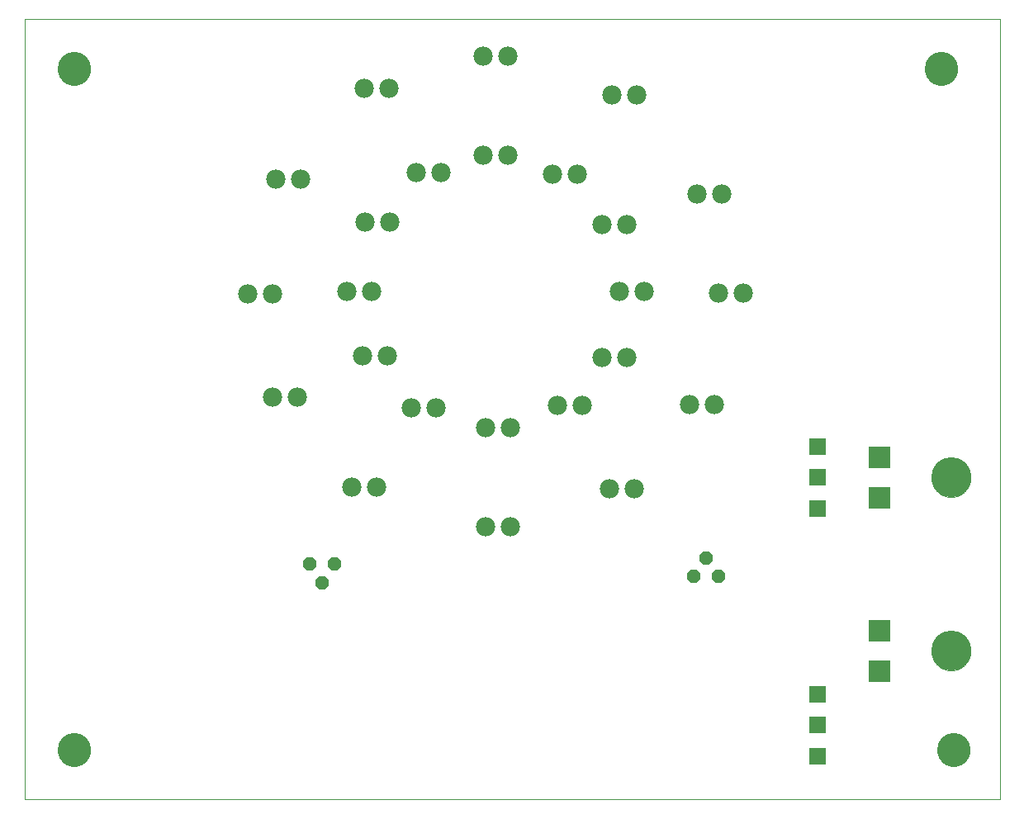
<source format=gts>
G75*
%MOIN*%
%OFA0B0*%
%FSLAX25Y25*%
%IPPOS*%
%LPD*%
%AMOC8*
5,1,8,0,0,1.08239X$1,22.5*
%
%ADD10C,0.00000*%
%ADD11C,0.07800*%
%ADD12R,0.06700X0.06700*%
%ADD13C,0.13400*%
%ADD14C,0.16148*%
%ADD15R,0.08668X0.08668*%
%ADD16OC8,0.05600*%
D10*
X0001800Y0001800D02*
X0001800Y0316761D01*
X0395501Y0316761D01*
X0395501Y0001800D01*
X0001800Y0001800D01*
X0015300Y0021800D02*
X0015302Y0021961D01*
X0015308Y0022121D01*
X0015318Y0022282D01*
X0015332Y0022442D01*
X0015350Y0022602D01*
X0015371Y0022761D01*
X0015397Y0022920D01*
X0015427Y0023078D01*
X0015460Y0023235D01*
X0015498Y0023392D01*
X0015539Y0023547D01*
X0015584Y0023701D01*
X0015633Y0023854D01*
X0015686Y0024006D01*
X0015742Y0024157D01*
X0015803Y0024306D01*
X0015866Y0024454D01*
X0015934Y0024600D01*
X0016005Y0024744D01*
X0016079Y0024886D01*
X0016157Y0025027D01*
X0016239Y0025165D01*
X0016324Y0025302D01*
X0016412Y0025436D01*
X0016504Y0025568D01*
X0016599Y0025698D01*
X0016697Y0025826D01*
X0016798Y0025951D01*
X0016902Y0026073D01*
X0017009Y0026193D01*
X0017119Y0026310D01*
X0017232Y0026425D01*
X0017348Y0026536D01*
X0017467Y0026645D01*
X0017588Y0026750D01*
X0017712Y0026853D01*
X0017838Y0026953D01*
X0017966Y0027049D01*
X0018097Y0027142D01*
X0018231Y0027232D01*
X0018366Y0027319D01*
X0018504Y0027402D01*
X0018643Y0027482D01*
X0018785Y0027558D01*
X0018928Y0027631D01*
X0019073Y0027700D01*
X0019220Y0027766D01*
X0019368Y0027828D01*
X0019518Y0027886D01*
X0019669Y0027941D01*
X0019822Y0027992D01*
X0019976Y0028039D01*
X0020131Y0028082D01*
X0020287Y0028121D01*
X0020443Y0028157D01*
X0020601Y0028188D01*
X0020759Y0028216D01*
X0020918Y0028240D01*
X0021078Y0028260D01*
X0021238Y0028276D01*
X0021398Y0028288D01*
X0021559Y0028296D01*
X0021720Y0028300D01*
X0021880Y0028300D01*
X0022041Y0028296D01*
X0022202Y0028288D01*
X0022362Y0028276D01*
X0022522Y0028260D01*
X0022682Y0028240D01*
X0022841Y0028216D01*
X0022999Y0028188D01*
X0023157Y0028157D01*
X0023313Y0028121D01*
X0023469Y0028082D01*
X0023624Y0028039D01*
X0023778Y0027992D01*
X0023931Y0027941D01*
X0024082Y0027886D01*
X0024232Y0027828D01*
X0024380Y0027766D01*
X0024527Y0027700D01*
X0024672Y0027631D01*
X0024815Y0027558D01*
X0024957Y0027482D01*
X0025096Y0027402D01*
X0025234Y0027319D01*
X0025369Y0027232D01*
X0025503Y0027142D01*
X0025634Y0027049D01*
X0025762Y0026953D01*
X0025888Y0026853D01*
X0026012Y0026750D01*
X0026133Y0026645D01*
X0026252Y0026536D01*
X0026368Y0026425D01*
X0026481Y0026310D01*
X0026591Y0026193D01*
X0026698Y0026073D01*
X0026802Y0025951D01*
X0026903Y0025826D01*
X0027001Y0025698D01*
X0027096Y0025568D01*
X0027188Y0025436D01*
X0027276Y0025302D01*
X0027361Y0025165D01*
X0027443Y0025027D01*
X0027521Y0024886D01*
X0027595Y0024744D01*
X0027666Y0024600D01*
X0027734Y0024454D01*
X0027797Y0024306D01*
X0027858Y0024157D01*
X0027914Y0024006D01*
X0027967Y0023854D01*
X0028016Y0023701D01*
X0028061Y0023547D01*
X0028102Y0023392D01*
X0028140Y0023235D01*
X0028173Y0023078D01*
X0028203Y0022920D01*
X0028229Y0022761D01*
X0028250Y0022602D01*
X0028268Y0022442D01*
X0028282Y0022282D01*
X0028292Y0022121D01*
X0028298Y0021961D01*
X0028300Y0021800D01*
X0028298Y0021639D01*
X0028292Y0021479D01*
X0028282Y0021318D01*
X0028268Y0021158D01*
X0028250Y0020998D01*
X0028229Y0020839D01*
X0028203Y0020680D01*
X0028173Y0020522D01*
X0028140Y0020365D01*
X0028102Y0020208D01*
X0028061Y0020053D01*
X0028016Y0019899D01*
X0027967Y0019746D01*
X0027914Y0019594D01*
X0027858Y0019443D01*
X0027797Y0019294D01*
X0027734Y0019146D01*
X0027666Y0019000D01*
X0027595Y0018856D01*
X0027521Y0018714D01*
X0027443Y0018573D01*
X0027361Y0018435D01*
X0027276Y0018298D01*
X0027188Y0018164D01*
X0027096Y0018032D01*
X0027001Y0017902D01*
X0026903Y0017774D01*
X0026802Y0017649D01*
X0026698Y0017527D01*
X0026591Y0017407D01*
X0026481Y0017290D01*
X0026368Y0017175D01*
X0026252Y0017064D01*
X0026133Y0016955D01*
X0026012Y0016850D01*
X0025888Y0016747D01*
X0025762Y0016647D01*
X0025634Y0016551D01*
X0025503Y0016458D01*
X0025369Y0016368D01*
X0025234Y0016281D01*
X0025096Y0016198D01*
X0024957Y0016118D01*
X0024815Y0016042D01*
X0024672Y0015969D01*
X0024527Y0015900D01*
X0024380Y0015834D01*
X0024232Y0015772D01*
X0024082Y0015714D01*
X0023931Y0015659D01*
X0023778Y0015608D01*
X0023624Y0015561D01*
X0023469Y0015518D01*
X0023313Y0015479D01*
X0023157Y0015443D01*
X0022999Y0015412D01*
X0022841Y0015384D01*
X0022682Y0015360D01*
X0022522Y0015340D01*
X0022362Y0015324D01*
X0022202Y0015312D01*
X0022041Y0015304D01*
X0021880Y0015300D01*
X0021720Y0015300D01*
X0021559Y0015304D01*
X0021398Y0015312D01*
X0021238Y0015324D01*
X0021078Y0015340D01*
X0020918Y0015360D01*
X0020759Y0015384D01*
X0020601Y0015412D01*
X0020443Y0015443D01*
X0020287Y0015479D01*
X0020131Y0015518D01*
X0019976Y0015561D01*
X0019822Y0015608D01*
X0019669Y0015659D01*
X0019518Y0015714D01*
X0019368Y0015772D01*
X0019220Y0015834D01*
X0019073Y0015900D01*
X0018928Y0015969D01*
X0018785Y0016042D01*
X0018643Y0016118D01*
X0018504Y0016198D01*
X0018366Y0016281D01*
X0018231Y0016368D01*
X0018097Y0016458D01*
X0017966Y0016551D01*
X0017838Y0016647D01*
X0017712Y0016747D01*
X0017588Y0016850D01*
X0017467Y0016955D01*
X0017348Y0017064D01*
X0017232Y0017175D01*
X0017119Y0017290D01*
X0017009Y0017407D01*
X0016902Y0017527D01*
X0016798Y0017649D01*
X0016697Y0017774D01*
X0016599Y0017902D01*
X0016504Y0018032D01*
X0016412Y0018164D01*
X0016324Y0018298D01*
X0016239Y0018435D01*
X0016157Y0018573D01*
X0016079Y0018714D01*
X0016005Y0018856D01*
X0015934Y0019000D01*
X0015866Y0019146D01*
X0015803Y0019294D01*
X0015742Y0019443D01*
X0015686Y0019594D01*
X0015633Y0019746D01*
X0015584Y0019899D01*
X0015539Y0020053D01*
X0015498Y0020208D01*
X0015460Y0020365D01*
X0015427Y0020522D01*
X0015397Y0020680D01*
X0015371Y0020839D01*
X0015350Y0020998D01*
X0015332Y0021158D01*
X0015318Y0021318D01*
X0015308Y0021479D01*
X0015302Y0021639D01*
X0015300Y0021800D01*
X0015300Y0296800D02*
X0015302Y0296961D01*
X0015308Y0297121D01*
X0015318Y0297282D01*
X0015332Y0297442D01*
X0015350Y0297602D01*
X0015371Y0297761D01*
X0015397Y0297920D01*
X0015427Y0298078D01*
X0015460Y0298235D01*
X0015498Y0298392D01*
X0015539Y0298547D01*
X0015584Y0298701D01*
X0015633Y0298854D01*
X0015686Y0299006D01*
X0015742Y0299157D01*
X0015803Y0299306D01*
X0015866Y0299454D01*
X0015934Y0299600D01*
X0016005Y0299744D01*
X0016079Y0299886D01*
X0016157Y0300027D01*
X0016239Y0300165D01*
X0016324Y0300302D01*
X0016412Y0300436D01*
X0016504Y0300568D01*
X0016599Y0300698D01*
X0016697Y0300826D01*
X0016798Y0300951D01*
X0016902Y0301073D01*
X0017009Y0301193D01*
X0017119Y0301310D01*
X0017232Y0301425D01*
X0017348Y0301536D01*
X0017467Y0301645D01*
X0017588Y0301750D01*
X0017712Y0301853D01*
X0017838Y0301953D01*
X0017966Y0302049D01*
X0018097Y0302142D01*
X0018231Y0302232D01*
X0018366Y0302319D01*
X0018504Y0302402D01*
X0018643Y0302482D01*
X0018785Y0302558D01*
X0018928Y0302631D01*
X0019073Y0302700D01*
X0019220Y0302766D01*
X0019368Y0302828D01*
X0019518Y0302886D01*
X0019669Y0302941D01*
X0019822Y0302992D01*
X0019976Y0303039D01*
X0020131Y0303082D01*
X0020287Y0303121D01*
X0020443Y0303157D01*
X0020601Y0303188D01*
X0020759Y0303216D01*
X0020918Y0303240D01*
X0021078Y0303260D01*
X0021238Y0303276D01*
X0021398Y0303288D01*
X0021559Y0303296D01*
X0021720Y0303300D01*
X0021880Y0303300D01*
X0022041Y0303296D01*
X0022202Y0303288D01*
X0022362Y0303276D01*
X0022522Y0303260D01*
X0022682Y0303240D01*
X0022841Y0303216D01*
X0022999Y0303188D01*
X0023157Y0303157D01*
X0023313Y0303121D01*
X0023469Y0303082D01*
X0023624Y0303039D01*
X0023778Y0302992D01*
X0023931Y0302941D01*
X0024082Y0302886D01*
X0024232Y0302828D01*
X0024380Y0302766D01*
X0024527Y0302700D01*
X0024672Y0302631D01*
X0024815Y0302558D01*
X0024957Y0302482D01*
X0025096Y0302402D01*
X0025234Y0302319D01*
X0025369Y0302232D01*
X0025503Y0302142D01*
X0025634Y0302049D01*
X0025762Y0301953D01*
X0025888Y0301853D01*
X0026012Y0301750D01*
X0026133Y0301645D01*
X0026252Y0301536D01*
X0026368Y0301425D01*
X0026481Y0301310D01*
X0026591Y0301193D01*
X0026698Y0301073D01*
X0026802Y0300951D01*
X0026903Y0300826D01*
X0027001Y0300698D01*
X0027096Y0300568D01*
X0027188Y0300436D01*
X0027276Y0300302D01*
X0027361Y0300165D01*
X0027443Y0300027D01*
X0027521Y0299886D01*
X0027595Y0299744D01*
X0027666Y0299600D01*
X0027734Y0299454D01*
X0027797Y0299306D01*
X0027858Y0299157D01*
X0027914Y0299006D01*
X0027967Y0298854D01*
X0028016Y0298701D01*
X0028061Y0298547D01*
X0028102Y0298392D01*
X0028140Y0298235D01*
X0028173Y0298078D01*
X0028203Y0297920D01*
X0028229Y0297761D01*
X0028250Y0297602D01*
X0028268Y0297442D01*
X0028282Y0297282D01*
X0028292Y0297121D01*
X0028298Y0296961D01*
X0028300Y0296800D01*
X0028298Y0296639D01*
X0028292Y0296479D01*
X0028282Y0296318D01*
X0028268Y0296158D01*
X0028250Y0295998D01*
X0028229Y0295839D01*
X0028203Y0295680D01*
X0028173Y0295522D01*
X0028140Y0295365D01*
X0028102Y0295208D01*
X0028061Y0295053D01*
X0028016Y0294899D01*
X0027967Y0294746D01*
X0027914Y0294594D01*
X0027858Y0294443D01*
X0027797Y0294294D01*
X0027734Y0294146D01*
X0027666Y0294000D01*
X0027595Y0293856D01*
X0027521Y0293714D01*
X0027443Y0293573D01*
X0027361Y0293435D01*
X0027276Y0293298D01*
X0027188Y0293164D01*
X0027096Y0293032D01*
X0027001Y0292902D01*
X0026903Y0292774D01*
X0026802Y0292649D01*
X0026698Y0292527D01*
X0026591Y0292407D01*
X0026481Y0292290D01*
X0026368Y0292175D01*
X0026252Y0292064D01*
X0026133Y0291955D01*
X0026012Y0291850D01*
X0025888Y0291747D01*
X0025762Y0291647D01*
X0025634Y0291551D01*
X0025503Y0291458D01*
X0025369Y0291368D01*
X0025234Y0291281D01*
X0025096Y0291198D01*
X0024957Y0291118D01*
X0024815Y0291042D01*
X0024672Y0290969D01*
X0024527Y0290900D01*
X0024380Y0290834D01*
X0024232Y0290772D01*
X0024082Y0290714D01*
X0023931Y0290659D01*
X0023778Y0290608D01*
X0023624Y0290561D01*
X0023469Y0290518D01*
X0023313Y0290479D01*
X0023157Y0290443D01*
X0022999Y0290412D01*
X0022841Y0290384D01*
X0022682Y0290360D01*
X0022522Y0290340D01*
X0022362Y0290324D01*
X0022202Y0290312D01*
X0022041Y0290304D01*
X0021880Y0290300D01*
X0021720Y0290300D01*
X0021559Y0290304D01*
X0021398Y0290312D01*
X0021238Y0290324D01*
X0021078Y0290340D01*
X0020918Y0290360D01*
X0020759Y0290384D01*
X0020601Y0290412D01*
X0020443Y0290443D01*
X0020287Y0290479D01*
X0020131Y0290518D01*
X0019976Y0290561D01*
X0019822Y0290608D01*
X0019669Y0290659D01*
X0019518Y0290714D01*
X0019368Y0290772D01*
X0019220Y0290834D01*
X0019073Y0290900D01*
X0018928Y0290969D01*
X0018785Y0291042D01*
X0018643Y0291118D01*
X0018504Y0291198D01*
X0018366Y0291281D01*
X0018231Y0291368D01*
X0018097Y0291458D01*
X0017966Y0291551D01*
X0017838Y0291647D01*
X0017712Y0291747D01*
X0017588Y0291850D01*
X0017467Y0291955D01*
X0017348Y0292064D01*
X0017232Y0292175D01*
X0017119Y0292290D01*
X0017009Y0292407D01*
X0016902Y0292527D01*
X0016798Y0292649D01*
X0016697Y0292774D01*
X0016599Y0292902D01*
X0016504Y0293032D01*
X0016412Y0293164D01*
X0016324Y0293298D01*
X0016239Y0293435D01*
X0016157Y0293573D01*
X0016079Y0293714D01*
X0016005Y0293856D01*
X0015934Y0294000D01*
X0015866Y0294146D01*
X0015803Y0294294D01*
X0015742Y0294443D01*
X0015686Y0294594D01*
X0015633Y0294746D01*
X0015584Y0294899D01*
X0015539Y0295053D01*
X0015498Y0295208D01*
X0015460Y0295365D01*
X0015427Y0295522D01*
X0015397Y0295680D01*
X0015371Y0295839D01*
X0015350Y0295998D01*
X0015332Y0296158D01*
X0015318Y0296318D01*
X0015308Y0296479D01*
X0015302Y0296639D01*
X0015300Y0296800D01*
X0365300Y0296800D02*
X0365302Y0296961D01*
X0365308Y0297121D01*
X0365318Y0297282D01*
X0365332Y0297442D01*
X0365350Y0297602D01*
X0365371Y0297761D01*
X0365397Y0297920D01*
X0365427Y0298078D01*
X0365460Y0298235D01*
X0365498Y0298392D01*
X0365539Y0298547D01*
X0365584Y0298701D01*
X0365633Y0298854D01*
X0365686Y0299006D01*
X0365742Y0299157D01*
X0365803Y0299306D01*
X0365866Y0299454D01*
X0365934Y0299600D01*
X0366005Y0299744D01*
X0366079Y0299886D01*
X0366157Y0300027D01*
X0366239Y0300165D01*
X0366324Y0300302D01*
X0366412Y0300436D01*
X0366504Y0300568D01*
X0366599Y0300698D01*
X0366697Y0300826D01*
X0366798Y0300951D01*
X0366902Y0301073D01*
X0367009Y0301193D01*
X0367119Y0301310D01*
X0367232Y0301425D01*
X0367348Y0301536D01*
X0367467Y0301645D01*
X0367588Y0301750D01*
X0367712Y0301853D01*
X0367838Y0301953D01*
X0367966Y0302049D01*
X0368097Y0302142D01*
X0368231Y0302232D01*
X0368366Y0302319D01*
X0368504Y0302402D01*
X0368643Y0302482D01*
X0368785Y0302558D01*
X0368928Y0302631D01*
X0369073Y0302700D01*
X0369220Y0302766D01*
X0369368Y0302828D01*
X0369518Y0302886D01*
X0369669Y0302941D01*
X0369822Y0302992D01*
X0369976Y0303039D01*
X0370131Y0303082D01*
X0370287Y0303121D01*
X0370443Y0303157D01*
X0370601Y0303188D01*
X0370759Y0303216D01*
X0370918Y0303240D01*
X0371078Y0303260D01*
X0371238Y0303276D01*
X0371398Y0303288D01*
X0371559Y0303296D01*
X0371720Y0303300D01*
X0371880Y0303300D01*
X0372041Y0303296D01*
X0372202Y0303288D01*
X0372362Y0303276D01*
X0372522Y0303260D01*
X0372682Y0303240D01*
X0372841Y0303216D01*
X0372999Y0303188D01*
X0373157Y0303157D01*
X0373313Y0303121D01*
X0373469Y0303082D01*
X0373624Y0303039D01*
X0373778Y0302992D01*
X0373931Y0302941D01*
X0374082Y0302886D01*
X0374232Y0302828D01*
X0374380Y0302766D01*
X0374527Y0302700D01*
X0374672Y0302631D01*
X0374815Y0302558D01*
X0374957Y0302482D01*
X0375096Y0302402D01*
X0375234Y0302319D01*
X0375369Y0302232D01*
X0375503Y0302142D01*
X0375634Y0302049D01*
X0375762Y0301953D01*
X0375888Y0301853D01*
X0376012Y0301750D01*
X0376133Y0301645D01*
X0376252Y0301536D01*
X0376368Y0301425D01*
X0376481Y0301310D01*
X0376591Y0301193D01*
X0376698Y0301073D01*
X0376802Y0300951D01*
X0376903Y0300826D01*
X0377001Y0300698D01*
X0377096Y0300568D01*
X0377188Y0300436D01*
X0377276Y0300302D01*
X0377361Y0300165D01*
X0377443Y0300027D01*
X0377521Y0299886D01*
X0377595Y0299744D01*
X0377666Y0299600D01*
X0377734Y0299454D01*
X0377797Y0299306D01*
X0377858Y0299157D01*
X0377914Y0299006D01*
X0377967Y0298854D01*
X0378016Y0298701D01*
X0378061Y0298547D01*
X0378102Y0298392D01*
X0378140Y0298235D01*
X0378173Y0298078D01*
X0378203Y0297920D01*
X0378229Y0297761D01*
X0378250Y0297602D01*
X0378268Y0297442D01*
X0378282Y0297282D01*
X0378292Y0297121D01*
X0378298Y0296961D01*
X0378300Y0296800D01*
X0378298Y0296639D01*
X0378292Y0296479D01*
X0378282Y0296318D01*
X0378268Y0296158D01*
X0378250Y0295998D01*
X0378229Y0295839D01*
X0378203Y0295680D01*
X0378173Y0295522D01*
X0378140Y0295365D01*
X0378102Y0295208D01*
X0378061Y0295053D01*
X0378016Y0294899D01*
X0377967Y0294746D01*
X0377914Y0294594D01*
X0377858Y0294443D01*
X0377797Y0294294D01*
X0377734Y0294146D01*
X0377666Y0294000D01*
X0377595Y0293856D01*
X0377521Y0293714D01*
X0377443Y0293573D01*
X0377361Y0293435D01*
X0377276Y0293298D01*
X0377188Y0293164D01*
X0377096Y0293032D01*
X0377001Y0292902D01*
X0376903Y0292774D01*
X0376802Y0292649D01*
X0376698Y0292527D01*
X0376591Y0292407D01*
X0376481Y0292290D01*
X0376368Y0292175D01*
X0376252Y0292064D01*
X0376133Y0291955D01*
X0376012Y0291850D01*
X0375888Y0291747D01*
X0375762Y0291647D01*
X0375634Y0291551D01*
X0375503Y0291458D01*
X0375369Y0291368D01*
X0375234Y0291281D01*
X0375096Y0291198D01*
X0374957Y0291118D01*
X0374815Y0291042D01*
X0374672Y0290969D01*
X0374527Y0290900D01*
X0374380Y0290834D01*
X0374232Y0290772D01*
X0374082Y0290714D01*
X0373931Y0290659D01*
X0373778Y0290608D01*
X0373624Y0290561D01*
X0373469Y0290518D01*
X0373313Y0290479D01*
X0373157Y0290443D01*
X0372999Y0290412D01*
X0372841Y0290384D01*
X0372682Y0290360D01*
X0372522Y0290340D01*
X0372362Y0290324D01*
X0372202Y0290312D01*
X0372041Y0290304D01*
X0371880Y0290300D01*
X0371720Y0290300D01*
X0371559Y0290304D01*
X0371398Y0290312D01*
X0371238Y0290324D01*
X0371078Y0290340D01*
X0370918Y0290360D01*
X0370759Y0290384D01*
X0370601Y0290412D01*
X0370443Y0290443D01*
X0370287Y0290479D01*
X0370131Y0290518D01*
X0369976Y0290561D01*
X0369822Y0290608D01*
X0369669Y0290659D01*
X0369518Y0290714D01*
X0369368Y0290772D01*
X0369220Y0290834D01*
X0369073Y0290900D01*
X0368928Y0290969D01*
X0368785Y0291042D01*
X0368643Y0291118D01*
X0368504Y0291198D01*
X0368366Y0291281D01*
X0368231Y0291368D01*
X0368097Y0291458D01*
X0367966Y0291551D01*
X0367838Y0291647D01*
X0367712Y0291747D01*
X0367588Y0291850D01*
X0367467Y0291955D01*
X0367348Y0292064D01*
X0367232Y0292175D01*
X0367119Y0292290D01*
X0367009Y0292407D01*
X0366902Y0292527D01*
X0366798Y0292649D01*
X0366697Y0292774D01*
X0366599Y0292902D01*
X0366504Y0293032D01*
X0366412Y0293164D01*
X0366324Y0293298D01*
X0366239Y0293435D01*
X0366157Y0293573D01*
X0366079Y0293714D01*
X0366005Y0293856D01*
X0365934Y0294000D01*
X0365866Y0294146D01*
X0365803Y0294294D01*
X0365742Y0294443D01*
X0365686Y0294594D01*
X0365633Y0294746D01*
X0365584Y0294899D01*
X0365539Y0295053D01*
X0365498Y0295208D01*
X0365460Y0295365D01*
X0365427Y0295522D01*
X0365397Y0295680D01*
X0365371Y0295839D01*
X0365350Y0295998D01*
X0365332Y0296158D01*
X0365318Y0296318D01*
X0365308Y0296479D01*
X0365302Y0296639D01*
X0365300Y0296800D01*
X0367942Y0131800D02*
X0367944Y0131993D01*
X0367951Y0132186D01*
X0367963Y0132379D01*
X0367980Y0132572D01*
X0368001Y0132764D01*
X0368027Y0132955D01*
X0368058Y0133146D01*
X0368093Y0133336D01*
X0368133Y0133525D01*
X0368178Y0133713D01*
X0368227Y0133900D01*
X0368281Y0134086D01*
X0368339Y0134270D01*
X0368402Y0134453D01*
X0368470Y0134634D01*
X0368541Y0134813D01*
X0368618Y0134991D01*
X0368698Y0135167D01*
X0368783Y0135340D01*
X0368872Y0135512D01*
X0368965Y0135681D01*
X0369062Y0135848D01*
X0369164Y0136013D01*
X0369269Y0136175D01*
X0369378Y0136334D01*
X0369492Y0136491D01*
X0369609Y0136644D01*
X0369729Y0136795D01*
X0369854Y0136943D01*
X0369982Y0137088D01*
X0370113Y0137229D01*
X0370248Y0137368D01*
X0370387Y0137503D01*
X0370528Y0137634D01*
X0370673Y0137762D01*
X0370821Y0137887D01*
X0370972Y0138007D01*
X0371125Y0138124D01*
X0371282Y0138238D01*
X0371441Y0138347D01*
X0371603Y0138452D01*
X0371768Y0138554D01*
X0371935Y0138651D01*
X0372104Y0138744D01*
X0372276Y0138833D01*
X0372449Y0138918D01*
X0372625Y0138998D01*
X0372803Y0139075D01*
X0372982Y0139146D01*
X0373163Y0139214D01*
X0373346Y0139277D01*
X0373530Y0139335D01*
X0373716Y0139389D01*
X0373903Y0139438D01*
X0374091Y0139483D01*
X0374280Y0139523D01*
X0374470Y0139558D01*
X0374661Y0139589D01*
X0374852Y0139615D01*
X0375044Y0139636D01*
X0375237Y0139653D01*
X0375430Y0139665D01*
X0375623Y0139672D01*
X0375816Y0139674D01*
X0376009Y0139672D01*
X0376202Y0139665D01*
X0376395Y0139653D01*
X0376588Y0139636D01*
X0376780Y0139615D01*
X0376971Y0139589D01*
X0377162Y0139558D01*
X0377352Y0139523D01*
X0377541Y0139483D01*
X0377729Y0139438D01*
X0377916Y0139389D01*
X0378102Y0139335D01*
X0378286Y0139277D01*
X0378469Y0139214D01*
X0378650Y0139146D01*
X0378829Y0139075D01*
X0379007Y0138998D01*
X0379183Y0138918D01*
X0379356Y0138833D01*
X0379528Y0138744D01*
X0379697Y0138651D01*
X0379864Y0138554D01*
X0380029Y0138452D01*
X0380191Y0138347D01*
X0380350Y0138238D01*
X0380507Y0138124D01*
X0380660Y0138007D01*
X0380811Y0137887D01*
X0380959Y0137762D01*
X0381104Y0137634D01*
X0381245Y0137503D01*
X0381384Y0137368D01*
X0381519Y0137229D01*
X0381650Y0137088D01*
X0381778Y0136943D01*
X0381903Y0136795D01*
X0382023Y0136644D01*
X0382140Y0136491D01*
X0382254Y0136334D01*
X0382363Y0136175D01*
X0382468Y0136013D01*
X0382570Y0135848D01*
X0382667Y0135681D01*
X0382760Y0135512D01*
X0382849Y0135340D01*
X0382934Y0135167D01*
X0383014Y0134991D01*
X0383091Y0134813D01*
X0383162Y0134634D01*
X0383230Y0134453D01*
X0383293Y0134270D01*
X0383351Y0134086D01*
X0383405Y0133900D01*
X0383454Y0133713D01*
X0383499Y0133525D01*
X0383539Y0133336D01*
X0383574Y0133146D01*
X0383605Y0132955D01*
X0383631Y0132764D01*
X0383652Y0132572D01*
X0383669Y0132379D01*
X0383681Y0132186D01*
X0383688Y0131993D01*
X0383690Y0131800D01*
X0383688Y0131607D01*
X0383681Y0131414D01*
X0383669Y0131221D01*
X0383652Y0131028D01*
X0383631Y0130836D01*
X0383605Y0130645D01*
X0383574Y0130454D01*
X0383539Y0130264D01*
X0383499Y0130075D01*
X0383454Y0129887D01*
X0383405Y0129700D01*
X0383351Y0129514D01*
X0383293Y0129330D01*
X0383230Y0129147D01*
X0383162Y0128966D01*
X0383091Y0128787D01*
X0383014Y0128609D01*
X0382934Y0128433D01*
X0382849Y0128260D01*
X0382760Y0128088D01*
X0382667Y0127919D01*
X0382570Y0127752D01*
X0382468Y0127587D01*
X0382363Y0127425D01*
X0382254Y0127266D01*
X0382140Y0127109D01*
X0382023Y0126956D01*
X0381903Y0126805D01*
X0381778Y0126657D01*
X0381650Y0126512D01*
X0381519Y0126371D01*
X0381384Y0126232D01*
X0381245Y0126097D01*
X0381104Y0125966D01*
X0380959Y0125838D01*
X0380811Y0125713D01*
X0380660Y0125593D01*
X0380507Y0125476D01*
X0380350Y0125362D01*
X0380191Y0125253D01*
X0380029Y0125148D01*
X0379864Y0125046D01*
X0379697Y0124949D01*
X0379528Y0124856D01*
X0379356Y0124767D01*
X0379183Y0124682D01*
X0379007Y0124602D01*
X0378829Y0124525D01*
X0378650Y0124454D01*
X0378469Y0124386D01*
X0378286Y0124323D01*
X0378102Y0124265D01*
X0377916Y0124211D01*
X0377729Y0124162D01*
X0377541Y0124117D01*
X0377352Y0124077D01*
X0377162Y0124042D01*
X0376971Y0124011D01*
X0376780Y0123985D01*
X0376588Y0123964D01*
X0376395Y0123947D01*
X0376202Y0123935D01*
X0376009Y0123928D01*
X0375816Y0123926D01*
X0375623Y0123928D01*
X0375430Y0123935D01*
X0375237Y0123947D01*
X0375044Y0123964D01*
X0374852Y0123985D01*
X0374661Y0124011D01*
X0374470Y0124042D01*
X0374280Y0124077D01*
X0374091Y0124117D01*
X0373903Y0124162D01*
X0373716Y0124211D01*
X0373530Y0124265D01*
X0373346Y0124323D01*
X0373163Y0124386D01*
X0372982Y0124454D01*
X0372803Y0124525D01*
X0372625Y0124602D01*
X0372449Y0124682D01*
X0372276Y0124767D01*
X0372104Y0124856D01*
X0371935Y0124949D01*
X0371768Y0125046D01*
X0371603Y0125148D01*
X0371441Y0125253D01*
X0371282Y0125362D01*
X0371125Y0125476D01*
X0370972Y0125593D01*
X0370821Y0125713D01*
X0370673Y0125838D01*
X0370528Y0125966D01*
X0370387Y0126097D01*
X0370248Y0126232D01*
X0370113Y0126371D01*
X0369982Y0126512D01*
X0369854Y0126657D01*
X0369729Y0126805D01*
X0369609Y0126956D01*
X0369492Y0127109D01*
X0369378Y0127266D01*
X0369269Y0127425D01*
X0369164Y0127587D01*
X0369062Y0127752D01*
X0368965Y0127919D01*
X0368872Y0128088D01*
X0368783Y0128260D01*
X0368698Y0128433D01*
X0368618Y0128609D01*
X0368541Y0128787D01*
X0368470Y0128966D01*
X0368402Y0129147D01*
X0368339Y0129330D01*
X0368281Y0129514D01*
X0368227Y0129700D01*
X0368178Y0129887D01*
X0368133Y0130075D01*
X0368093Y0130264D01*
X0368058Y0130454D01*
X0368027Y0130645D01*
X0368001Y0130836D01*
X0367980Y0131028D01*
X0367963Y0131221D01*
X0367951Y0131414D01*
X0367944Y0131607D01*
X0367942Y0131800D01*
X0367942Y0061800D02*
X0367944Y0061993D01*
X0367951Y0062186D01*
X0367963Y0062379D01*
X0367980Y0062572D01*
X0368001Y0062764D01*
X0368027Y0062955D01*
X0368058Y0063146D01*
X0368093Y0063336D01*
X0368133Y0063525D01*
X0368178Y0063713D01*
X0368227Y0063900D01*
X0368281Y0064086D01*
X0368339Y0064270D01*
X0368402Y0064453D01*
X0368470Y0064634D01*
X0368541Y0064813D01*
X0368618Y0064991D01*
X0368698Y0065167D01*
X0368783Y0065340D01*
X0368872Y0065512D01*
X0368965Y0065681D01*
X0369062Y0065848D01*
X0369164Y0066013D01*
X0369269Y0066175D01*
X0369378Y0066334D01*
X0369492Y0066491D01*
X0369609Y0066644D01*
X0369729Y0066795D01*
X0369854Y0066943D01*
X0369982Y0067088D01*
X0370113Y0067229D01*
X0370248Y0067368D01*
X0370387Y0067503D01*
X0370528Y0067634D01*
X0370673Y0067762D01*
X0370821Y0067887D01*
X0370972Y0068007D01*
X0371125Y0068124D01*
X0371282Y0068238D01*
X0371441Y0068347D01*
X0371603Y0068452D01*
X0371768Y0068554D01*
X0371935Y0068651D01*
X0372104Y0068744D01*
X0372276Y0068833D01*
X0372449Y0068918D01*
X0372625Y0068998D01*
X0372803Y0069075D01*
X0372982Y0069146D01*
X0373163Y0069214D01*
X0373346Y0069277D01*
X0373530Y0069335D01*
X0373716Y0069389D01*
X0373903Y0069438D01*
X0374091Y0069483D01*
X0374280Y0069523D01*
X0374470Y0069558D01*
X0374661Y0069589D01*
X0374852Y0069615D01*
X0375044Y0069636D01*
X0375237Y0069653D01*
X0375430Y0069665D01*
X0375623Y0069672D01*
X0375816Y0069674D01*
X0376009Y0069672D01*
X0376202Y0069665D01*
X0376395Y0069653D01*
X0376588Y0069636D01*
X0376780Y0069615D01*
X0376971Y0069589D01*
X0377162Y0069558D01*
X0377352Y0069523D01*
X0377541Y0069483D01*
X0377729Y0069438D01*
X0377916Y0069389D01*
X0378102Y0069335D01*
X0378286Y0069277D01*
X0378469Y0069214D01*
X0378650Y0069146D01*
X0378829Y0069075D01*
X0379007Y0068998D01*
X0379183Y0068918D01*
X0379356Y0068833D01*
X0379528Y0068744D01*
X0379697Y0068651D01*
X0379864Y0068554D01*
X0380029Y0068452D01*
X0380191Y0068347D01*
X0380350Y0068238D01*
X0380507Y0068124D01*
X0380660Y0068007D01*
X0380811Y0067887D01*
X0380959Y0067762D01*
X0381104Y0067634D01*
X0381245Y0067503D01*
X0381384Y0067368D01*
X0381519Y0067229D01*
X0381650Y0067088D01*
X0381778Y0066943D01*
X0381903Y0066795D01*
X0382023Y0066644D01*
X0382140Y0066491D01*
X0382254Y0066334D01*
X0382363Y0066175D01*
X0382468Y0066013D01*
X0382570Y0065848D01*
X0382667Y0065681D01*
X0382760Y0065512D01*
X0382849Y0065340D01*
X0382934Y0065167D01*
X0383014Y0064991D01*
X0383091Y0064813D01*
X0383162Y0064634D01*
X0383230Y0064453D01*
X0383293Y0064270D01*
X0383351Y0064086D01*
X0383405Y0063900D01*
X0383454Y0063713D01*
X0383499Y0063525D01*
X0383539Y0063336D01*
X0383574Y0063146D01*
X0383605Y0062955D01*
X0383631Y0062764D01*
X0383652Y0062572D01*
X0383669Y0062379D01*
X0383681Y0062186D01*
X0383688Y0061993D01*
X0383690Y0061800D01*
X0383688Y0061607D01*
X0383681Y0061414D01*
X0383669Y0061221D01*
X0383652Y0061028D01*
X0383631Y0060836D01*
X0383605Y0060645D01*
X0383574Y0060454D01*
X0383539Y0060264D01*
X0383499Y0060075D01*
X0383454Y0059887D01*
X0383405Y0059700D01*
X0383351Y0059514D01*
X0383293Y0059330D01*
X0383230Y0059147D01*
X0383162Y0058966D01*
X0383091Y0058787D01*
X0383014Y0058609D01*
X0382934Y0058433D01*
X0382849Y0058260D01*
X0382760Y0058088D01*
X0382667Y0057919D01*
X0382570Y0057752D01*
X0382468Y0057587D01*
X0382363Y0057425D01*
X0382254Y0057266D01*
X0382140Y0057109D01*
X0382023Y0056956D01*
X0381903Y0056805D01*
X0381778Y0056657D01*
X0381650Y0056512D01*
X0381519Y0056371D01*
X0381384Y0056232D01*
X0381245Y0056097D01*
X0381104Y0055966D01*
X0380959Y0055838D01*
X0380811Y0055713D01*
X0380660Y0055593D01*
X0380507Y0055476D01*
X0380350Y0055362D01*
X0380191Y0055253D01*
X0380029Y0055148D01*
X0379864Y0055046D01*
X0379697Y0054949D01*
X0379528Y0054856D01*
X0379356Y0054767D01*
X0379183Y0054682D01*
X0379007Y0054602D01*
X0378829Y0054525D01*
X0378650Y0054454D01*
X0378469Y0054386D01*
X0378286Y0054323D01*
X0378102Y0054265D01*
X0377916Y0054211D01*
X0377729Y0054162D01*
X0377541Y0054117D01*
X0377352Y0054077D01*
X0377162Y0054042D01*
X0376971Y0054011D01*
X0376780Y0053985D01*
X0376588Y0053964D01*
X0376395Y0053947D01*
X0376202Y0053935D01*
X0376009Y0053928D01*
X0375816Y0053926D01*
X0375623Y0053928D01*
X0375430Y0053935D01*
X0375237Y0053947D01*
X0375044Y0053964D01*
X0374852Y0053985D01*
X0374661Y0054011D01*
X0374470Y0054042D01*
X0374280Y0054077D01*
X0374091Y0054117D01*
X0373903Y0054162D01*
X0373716Y0054211D01*
X0373530Y0054265D01*
X0373346Y0054323D01*
X0373163Y0054386D01*
X0372982Y0054454D01*
X0372803Y0054525D01*
X0372625Y0054602D01*
X0372449Y0054682D01*
X0372276Y0054767D01*
X0372104Y0054856D01*
X0371935Y0054949D01*
X0371768Y0055046D01*
X0371603Y0055148D01*
X0371441Y0055253D01*
X0371282Y0055362D01*
X0371125Y0055476D01*
X0370972Y0055593D01*
X0370821Y0055713D01*
X0370673Y0055838D01*
X0370528Y0055966D01*
X0370387Y0056097D01*
X0370248Y0056232D01*
X0370113Y0056371D01*
X0369982Y0056512D01*
X0369854Y0056657D01*
X0369729Y0056805D01*
X0369609Y0056956D01*
X0369492Y0057109D01*
X0369378Y0057266D01*
X0369269Y0057425D01*
X0369164Y0057587D01*
X0369062Y0057752D01*
X0368965Y0057919D01*
X0368872Y0058088D01*
X0368783Y0058260D01*
X0368698Y0058433D01*
X0368618Y0058609D01*
X0368541Y0058787D01*
X0368470Y0058966D01*
X0368402Y0059147D01*
X0368339Y0059330D01*
X0368281Y0059514D01*
X0368227Y0059700D01*
X0368178Y0059887D01*
X0368133Y0060075D01*
X0368093Y0060264D01*
X0368058Y0060454D01*
X0368027Y0060645D01*
X0368001Y0060836D01*
X0367980Y0061028D01*
X0367963Y0061221D01*
X0367951Y0061414D01*
X0367944Y0061607D01*
X0367942Y0061800D01*
X0370300Y0021800D02*
X0370302Y0021961D01*
X0370308Y0022121D01*
X0370318Y0022282D01*
X0370332Y0022442D01*
X0370350Y0022602D01*
X0370371Y0022761D01*
X0370397Y0022920D01*
X0370427Y0023078D01*
X0370460Y0023235D01*
X0370498Y0023392D01*
X0370539Y0023547D01*
X0370584Y0023701D01*
X0370633Y0023854D01*
X0370686Y0024006D01*
X0370742Y0024157D01*
X0370803Y0024306D01*
X0370866Y0024454D01*
X0370934Y0024600D01*
X0371005Y0024744D01*
X0371079Y0024886D01*
X0371157Y0025027D01*
X0371239Y0025165D01*
X0371324Y0025302D01*
X0371412Y0025436D01*
X0371504Y0025568D01*
X0371599Y0025698D01*
X0371697Y0025826D01*
X0371798Y0025951D01*
X0371902Y0026073D01*
X0372009Y0026193D01*
X0372119Y0026310D01*
X0372232Y0026425D01*
X0372348Y0026536D01*
X0372467Y0026645D01*
X0372588Y0026750D01*
X0372712Y0026853D01*
X0372838Y0026953D01*
X0372966Y0027049D01*
X0373097Y0027142D01*
X0373231Y0027232D01*
X0373366Y0027319D01*
X0373504Y0027402D01*
X0373643Y0027482D01*
X0373785Y0027558D01*
X0373928Y0027631D01*
X0374073Y0027700D01*
X0374220Y0027766D01*
X0374368Y0027828D01*
X0374518Y0027886D01*
X0374669Y0027941D01*
X0374822Y0027992D01*
X0374976Y0028039D01*
X0375131Y0028082D01*
X0375287Y0028121D01*
X0375443Y0028157D01*
X0375601Y0028188D01*
X0375759Y0028216D01*
X0375918Y0028240D01*
X0376078Y0028260D01*
X0376238Y0028276D01*
X0376398Y0028288D01*
X0376559Y0028296D01*
X0376720Y0028300D01*
X0376880Y0028300D01*
X0377041Y0028296D01*
X0377202Y0028288D01*
X0377362Y0028276D01*
X0377522Y0028260D01*
X0377682Y0028240D01*
X0377841Y0028216D01*
X0377999Y0028188D01*
X0378157Y0028157D01*
X0378313Y0028121D01*
X0378469Y0028082D01*
X0378624Y0028039D01*
X0378778Y0027992D01*
X0378931Y0027941D01*
X0379082Y0027886D01*
X0379232Y0027828D01*
X0379380Y0027766D01*
X0379527Y0027700D01*
X0379672Y0027631D01*
X0379815Y0027558D01*
X0379957Y0027482D01*
X0380096Y0027402D01*
X0380234Y0027319D01*
X0380369Y0027232D01*
X0380503Y0027142D01*
X0380634Y0027049D01*
X0380762Y0026953D01*
X0380888Y0026853D01*
X0381012Y0026750D01*
X0381133Y0026645D01*
X0381252Y0026536D01*
X0381368Y0026425D01*
X0381481Y0026310D01*
X0381591Y0026193D01*
X0381698Y0026073D01*
X0381802Y0025951D01*
X0381903Y0025826D01*
X0382001Y0025698D01*
X0382096Y0025568D01*
X0382188Y0025436D01*
X0382276Y0025302D01*
X0382361Y0025165D01*
X0382443Y0025027D01*
X0382521Y0024886D01*
X0382595Y0024744D01*
X0382666Y0024600D01*
X0382734Y0024454D01*
X0382797Y0024306D01*
X0382858Y0024157D01*
X0382914Y0024006D01*
X0382967Y0023854D01*
X0383016Y0023701D01*
X0383061Y0023547D01*
X0383102Y0023392D01*
X0383140Y0023235D01*
X0383173Y0023078D01*
X0383203Y0022920D01*
X0383229Y0022761D01*
X0383250Y0022602D01*
X0383268Y0022442D01*
X0383282Y0022282D01*
X0383292Y0022121D01*
X0383298Y0021961D01*
X0383300Y0021800D01*
X0383298Y0021639D01*
X0383292Y0021479D01*
X0383282Y0021318D01*
X0383268Y0021158D01*
X0383250Y0020998D01*
X0383229Y0020839D01*
X0383203Y0020680D01*
X0383173Y0020522D01*
X0383140Y0020365D01*
X0383102Y0020208D01*
X0383061Y0020053D01*
X0383016Y0019899D01*
X0382967Y0019746D01*
X0382914Y0019594D01*
X0382858Y0019443D01*
X0382797Y0019294D01*
X0382734Y0019146D01*
X0382666Y0019000D01*
X0382595Y0018856D01*
X0382521Y0018714D01*
X0382443Y0018573D01*
X0382361Y0018435D01*
X0382276Y0018298D01*
X0382188Y0018164D01*
X0382096Y0018032D01*
X0382001Y0017902D01*
X0381903Y0017774D01*
X0381802Y0017649D01*
X0381698Y0017527D01*
X0381591Y0017407D01*
X0381481Y0017290D01*
X0381368Y0017175D01*
X0381252Y0017064D01*
X0381133Y0016955D01*
X0381012Y0016850D01*
X0380888Y0016747D01*
X0380762Y0016647D01*
X0380634Y0016551D01*
X0380503Y0016458D01*
X0380369Y0016368D01*
X0380234Y0016281D01*
X0380096Y0016198D01*
X0379957Y0016118D01*
X0379815Y0016042D01*
X0379672Y0015969D01*
X0379527Y0015900D01*
X0379380Y0015834D01*
X0379232Y0015772D01*
X0379082Y0015714D01*
X0378931Y0015659D01*
X0378778Y0015608D01*
X0378624Y0015561D01*
X0378469Y0015518D01*
X0378313Y0015479D01*
X0378157Y0015443D01*
X0377999Y0015412D01*
X0377841Y0015384D01*
X0377682Y0015360D01*
X0377522Y0015340D01*
X0377362Y0015324D01*
X0377202Y0015312D01*
X0377041Y0015304D01*
X0376880Y0015300D01*
X0376720Y0015300D01*
X0376559Y0015304D01*
X0376398Y0015312D01*
X0376238Y0015324D01*
X0376078Y0015340D01*
X0375918Y0015360D01*
X0375759Y0015384D01*
X0375601Y0015412D01*
X0375443Y0015443D01*
X0375287Y0015479D01*
X0375131Y0015518D01*
X0374976Y0015561D01*
X0374822Y0015608D01*
X0374669Y0015659D01*
X0374518Y0015714D01*
X0374368Y0015772D01*
X0374220Y0015834D01*
X0374073Y0015900D01*
X0373928Y0015969D01*
X0373785Y0016042D01*
X0373643Y0016118D01*
X0373504Y0016198D01*
X0373366Y0016281D01*
X0373231Y0016368D01*
X0373097Y0016458D01*
X0372966Y0016551D01*
X0372838Y0016647D01*
X0372712Y0016747D01*
X0372588Y0016850D01*
X0372467Y0016955D01*
X0372348Y0017064D01*
X0372232Y0017175D01*
X0372119Y0017290D01*
X0372009Y0017407D01*
X0371902Y0017527D01*
X0371798Y0017649D01*
X0371697Y0017774D01*
X0371599Y0017902D01*
X0371504Y0018032D01*
X0371412Y0018164D01*
X0371324Y0018298D01*
X0371239Y0018435D01*
X0371157Y0018573D01*
X0371079Y0018714D01*
X0371005Y0018856D01*
X0370934Y0019000D01*
X0370866Y0019146D01*
X0370803Y0019294D01*
X0370742Y0019443D01*
X0370686Y0019594D01*
X0370633Y0019746D01*
X0370584Y0019899D01*
X0370539Y0020053D01*
X0370498Y0020208D01*
X0370460Y0020365D01*
X0370427Y0020522D01*
X0370397Y0020680D01*
X0370371Y0020839D01*
X0370350Y0020998D01*
X0370332Y0021158D01*
X0370318Y0021318D01*
X0370308Y0021479D01*
X0370302Y0021639D01*
X0370300Y0021800D01*
D11*
X0247800Y0127300D03*
X0237800Y0127300D03*
X0197800Y0111800D03*
X0187800Y0111800D03*
X0143800Y0127800D03*
X0133800Y0127800D03*
X0157800Y0159800D03*
X0167800Y0159800D03*
X0187800Y0151800D03*
X0197800Y0151800D03*
X0216800Y0160800D03*
X0226800Y0160800D03*
X0234800Y0180300D03*
X0244800Y0180300D03*
X0270300Y0161300D03*
X0280300Y0161300D03*
X0281800Y0206300D03*
X0291800Y0206300D03*
X0251800Y0206800D03*
X0241800Y0206800D03*
X0244800Y0233800D03*
X0234800Y0233800D03*
X0224800Y0254300D03*
X0214800Y0254300D03*
X0196800Y0261800D03*
X0186800Y0261800D03*
X0169800Y0254800D03*
X0159800Y0254800D03*
X0149300Y0234800D03*
X0139300Y0234800D03*
X0113300Y0252300D03*
X0103300Y0252300D03*
X0138800Y0288800D03*
X0148800Y0288800D03*
X0186800Y0301800D03*
X0196800Y0301800D03*
X0238800Y0286300D03*
X0248800Y0286300D03*
X0273300Y0246300D03*
X0283300Y0246300D03*
X0148300Y0180800D03*
X0138300Y0180800D03*
X0111800Y0164300D03*
X0101800Y0164300D03*
X0101800Y0205800D03*
X0091800Y0205800D03*
X0131800Y0206800D03*
X0141800Y0206800D03*
D12*
X0321800Y0144400D03*
X0321800Y0131800D03*
X0321800Y0119200D03*
X0321800Y0044400D03*
X0321800Y0031800D03*
X0321800Y0019200D03*
D13*
X0376800Y0021800D03*
X0371800Y0296800D03*
X0021800Y0296800D03*
X0021800Y0021800D03*
D14*
X0375816Y0061800D03*
X0375816Y0131800D03*
D15*
X0346918Y0123650D03*
X0346918Y0139950D03*
X0346918Y0069950D03*
X0346918Y0053650D03*
D16*
X0281800Y0091800D03*
X0276800Y0099300D03*
X0271800Y0091800D03*
X0126800Y0096800D03*
X0121800Y0089300D03*
X0116800Y0096800D03*
M02*

</source>
